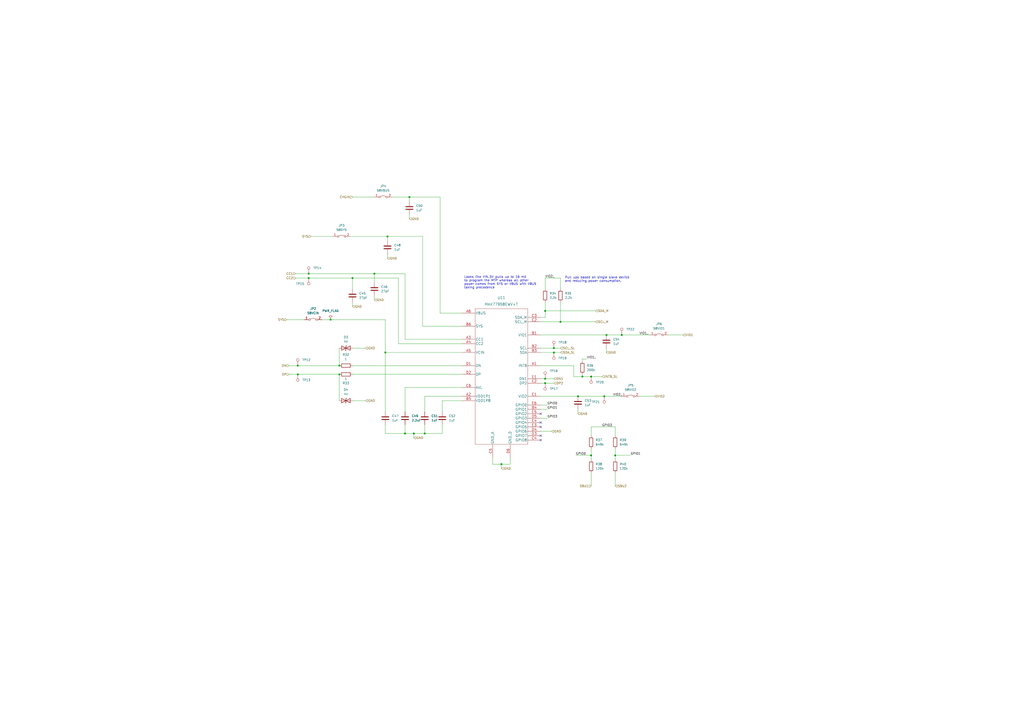
<source format=kicad_sch>
(kicad_sch (version 20211123) (generator eeschema)
  (paper "A2")
  (lib_symbols
    (symbol "Connector:TestPoint" (pin_numbers hide) (pin_names (offset 0.762) hide)
      (property "Reference" "TP" (at 0 6.858 0))
      (property "Value" "TestPoint" (at 0 5.08 0))
      (symbol "TestPoint_0_1"
        (circle (center 0 3.302) (radius 0.762))
      )
      (symbol "TestPoint_1_1"
        (pin passive line (at 0 0 90) (length 2.54) (name "1") (number "1"))
      )
    )
    (symbol "Device:C" (pin_numbers hide) (pin_names (offset 0.254))
      (property "Reference" "C" (at 0.635 2.54 0))
      (property "Value" "C" (at 0.635 -2.54 0))
      (symbol "C_0_1"
        (polyline (pts (xy -2.032 -0.762) (xy 2.032 -0.762)) (stroke (width 0.508)))
        (polyline (pts (xy -2.032 0.762) (xy 2.032 0.762)) (stroke (width 0.508)))
      )
      (symbol "C_1_1"
        (pin passive line (at 0 3.81 270) (length 2.794) (name "~") (number "1"))
        (pin passive line (at 0 -3.81 90) (length 2.794) (name "~") (number "2"))
      )
    )
    (symbol "Device:D_TVS" (pin_numbers hide) (pin_names (offset 1.016) hide)
      (property "Reference" "D" (at 0 2.54 0))
      (property "Value" "D_TVS" (at 0 -2.54 0))
      (symbol "D_TVS_0_1"
        (polyline (pts (xy 1.27 0) (xy -1.27 0)))
        (polyline (pts (xy 0.508 1.27) (xy 0 1.27) (xy 0 -1.27) (xy -0.508 -1.27)) (stroke (width 0.254)))
        (polyline (pts (xy -2.54 1.27) (xy -2.54 -1.27) (xy 2.54 1.27) (xy 2.54 -1.27) (xy -2.54 1.27)) (stroke (width 0.254)))
      )
      (symbol "D_TVS_1_1"
        (pin passive line (at -3.81 0 0) (length 2.54) (name "A1") (number "1"))
        (pin passive line (at 3.81 0 180) (length 2.54) (name "A2") (number "2"))
      )
    )
    (symbol "Device:R" (pin_numbers hide) (pin_names (offset 0))
      (property "Reference" "R" (at 2.032 0 90))
      (property "Value" "R" (at 0 0 90))
      (symbol "R_0_1"
        (rectangle (start -1.016 -2.54) (end 1.016 2.54) (stroke (width 0.254)))
      )
      (symbol "R_1_1"
        (pin passive line (at 0 3.81 270) (length 1.27) (name "~") (number "1"))
        (pin passive line (at 0 -3.81 90) (length 1.27) (name "~") (number "2"))
      )
    )
    (symbol "Jumper:Jumper_2_Bridged" (pin_names (offset 0) hide)
      (property "Reference" "JP" (at 0 1.905 0))
      (property "Value" "Jumper_2_Bridged" (at 0 -2.54 0))
      (symbol "Jumper_2_Bridged_0_0"
        (circle (center -2.032 0) (radius 0.508))
        (circle (center 2.032 0) (radius 0.508))
      )
      (symbol "Jumper_2_Bridged_0_1"
        (arc (start 1.524 0.254) (mid 0 0.762) (end -1.524 0.254))
      )
      (symbol "Jumper_2_Bridged_1_1"
        (pin passive line (at -5.08 0 0) (length 2.54) (name "A") (number "1"))
        (pin passive line (at 5.08 0 180) (length 2.54) (name "B") (number "2"))
      )
    )
    (symbol "power:PWR_FLAG" (power) (pin_numbers hide) (pin_names (offset 0) hide)
      (property "Value" "PWR_FLAG" (at 0 3.81 0))
      (symbol "PWR_FLAG_0_0"
        (pin power_out line (at 0 0 90) (length 0) (name "pwr") (number "1"))
      )
      (symbol "PWR_FLAG_0_1"
        (polyline (pts (xy 0 0) (xy 0 1.27) (xy -1.016 1.905) (xy 0 2.54) (xy 1.016 1.905) (xy 0 1.27)))
      )
    )
    (symbol "ultralibrarian:MAX77958EWV+T" (pin_names (offset 0.254))
      (property "Reference" "U" (at 0 43.18 0))
      (property "Value" "MAX77958EWV+T" (at 0 40.64 0))
      (symbol "MAX77958EWV+T_1_1"
        (polyline (pts (xy -15.24 -40.64) (xy 15.24 -40.64)) (stroke (width 0.127)))
        (polyline (pts (xy -15.24 38.1) (xy -15.24 -40.64)) (stroke (width 0.127)))
        (polyline (pts (xy 15.24 -40.64) (xy 15.24 38.1)) (stroke (width 0.127)))
        (polyline (pts (xy 15.24 38.1) (xy -15.24 38.1)) (stroke (width 0.127)))
        (pin output line (at 22.86 5.08 180) (length 7.62) (name "INTB") (number "A1"))
        (pin power_out line (at -22.86 -12.7 0) (length 7.62) (name "VDD1P1") (number "A2"))
        (pin bidirectional line (at -22.86 20.32 0) (length 7.62) (name "CC1") (number "A3"))
        (pin bidirectional line (at -22.86 17.78 0) (length 7.62) (name "CC2") (number "A4"))
        (pin power_in line (at -22.86 12.7 0) (length 7.62) (name "VCIN") (number "A5"))
        (pin input line (at -22.86 35.56 0) (length 7.62) (name "VBUS") (number "A6"))
        (pin input line (at 22.86 22.86 180) (length 7.62) (name "VIO1") (number "B1"))
        (pin open_collector line (at 22.86 15.24 180) (length 7.62) (name "SCL") (number "B2"))
        (pin open_collector line (at 22.86 12.7 180) (length 7.62) (name "SDA") (number "B3"))
        (pin bidirectional line (at 22.86 -20.32 180) (length 7.62) (name "GPIO1") (number "B4"))
        (pin power_out line (at -22.86 -15.24 0) (length 7.62) (name "VDD1P8") (number "B5"))
        (pin input line (at -22.86 27.94 0) (length 7.62) (name "SYS") (number "B6"))
        (pin input line (at 22.86 -12.7 180) (length 7.62) (name "VIO2") (number "C1"))
        (pin open_collector line (at 22.86 30.48 180) (length 7.62) (name "SCL_M") (number "C2"))
        (pin open_collector line (at 22.86 33.02 180) (length 7.62) (name "SDA_M") (number "C3"))
        (pin bidirectional line (at 22.86 -38.1 180) (length 7.62) (name "GPIO8") (number "C4"))
        (pin power_in line (at -5.08 -48.26 90) (length 7.62) (name "GND_A") (number "C5"))
        (pin power_out line (at -22.86 -7.62 0) (length 7.62) (name "AVL") (number "C6"))
        (pin output line (at -22.86 5.08 0) (length 7.62) (name "DN") (number "D1"))
        (pin output line (at -22.86 0 0) (length 7.62) (name "DP") (number "D2"))
        (pin bidirectional line (at 22.86 -35.56 180) (length 7.62) (name "GPIO7") (number "D3"))
        (pin bidirectional line (at 22.86 -33.02 180) (length 7.62) (name "GPIO6") (number "D4"))
        (pin bidirectional line (at 22.86 -25.4 180) (length 7.62) (name "GPIO3") (number "D5"))
        (pin power_in line (at 5.08 -48.26 90) (length 7.62) (name "GND_D") (number "D6"))
        (pin input line (at 22.86 -2.54 180) (length 7.62) (name "DN1") (number "E1"))
        (pin input line (at 22.86 -5.08 180) (length 7.62) (name "DP2") (number "E2"))
        (pin bidirectional line (at 22.86 -30.48 180) (length 7.62) (name "GPIO5") (number "E3"))
        (pin bidirectional line (at 22.86 -27.94 180) (length 7.62) (name "GPIO4") (number "E4"))
        (pin bidirectional line (at 22.86 -22.86 180) (length 7.62) (name "GPIO2") (number "E5"))
        (pin bidirectional line (at 22.86 -17.78 180) (length 7.62) (name "GPIO0") (number "E6"))
      )
    )
  )
  (junction (at 335.28 229.87))
  (junction (at 350.52 229.87))
  (junction (at 196.85 212.09))
  (junction (at 325.12 186.69))
  (junction (at 223.52 204.47))
  (junction (at 179.07 161.29))
  (junction (at 172.72 217.17))
  (junction (at 356.87 264.16))
  (junction (at 204.47 161.29))
  (junction (at 316.23 219.71))
  (junction (at 191.77 185.42))
  (junction (at 240.03 251.46))
  (junction (at 224.79 137.16))
  (junction (at 246.38 251.46))
  (junction (at 316.23 180.34))
  (junction (at 316.23 222.25))
  (junction (at 351.79 194.31))
  (junction (at 337.82 218.44))
  (junction (at 237.49 114.3))
  (junction (at 321.31 201.93))
  (junction (at 196.85 217.17))
  (junction (at 217.17 158.75))
  (junction (at 234.95 251.46))
  (junction (at 342.9 218.44))
  (junction (at 360.68 194.31))
  (junction (at 290.83 269.24))
  (junction (at 342.9 264.16))
  (junction (at 179.07 158.75))
  (junction (at 172.72 212.09))
  (junction (at 321.31 204.47))
  (no_connect (at 313.69 247.65))
  (no_connect (at 313.69 245.11))
  (no_connect (at 313.69 252.73))
  (no_connect (at 313.69 255.27))
  (no_connect (at 313.69 240.03))
  (wire (pts (xy 237.49 124.46) (xy 237.49 127)))
  (wire (pts (xy 342.9 247.65) (xy 356.87 247.65)))
  (wire (pts (xy 204.47 161.29) (xy 231.14 161.29)))
  (wire (pts (xy 255.27 181.61) (xy 255.27 114.3)))
  (wire (pts (xy 351.79 194.31) (xy 360.68 194.31)))
  (wire (pts (xy 179.07 158.75) (xy 217.17 158.75)))
  (wire (pts (xy 335.28 229.87) (xy 350.52 229.87)))
  (wire (pts (xy 342.9 264.16) (xy 342.9 266.7)))
  (wire (pts (xy 351.79 201.93) (xy 351.79 204.47)))
  (wire (pts (xy 234.95 196.85) (xy 234.95 158.75)))
  (wire (pts (xy 316.23 184.15) (xy 316.23 180.34)))
  (wire (pts (xy 234.95 158.75) (xy 217.17 158.75)))
  (wire (pts (xy 231.14 161.29) (xy 231.14 199.39)))
  (wire (pts (xy 256.54 232.41) (xy 256.54 238.76)))
  (wire (pts (xy 316.23 180.34) (xy 345.44 180.34)))
  (wire (pts (xy 332.74 218.44) (xy 337.82 218.44)))
  (wire (pts (xy 332.74 212.09) (xy 332.74 218.44)))
  (wire (pts (xy 231.14 199.39) (xy 267.97 199.39)))
  (wire (pts (xy 172.72 212.09) (xy 196.85 212.09)))
  (wire (pts (xy 245.11 189.23) (xy 245.11 137.16)))
  (wire (pts (xy 204.47 217.17) (xy 267.97 217.17)))
  (wire (pts (xy 325.12 186.69) (xy 325.12 175.26)))
  (wire (pts (xy 370.84 229.87) (xy 379.73 229.87)))
  (wire (pts (xy 313.69 242.57) (xy 317.5 242.57)))
  (wire (pts (xy 313.69 219.71) (xy 316.23 219.71)))
  (wire (pts (xy 204.47 161.29) (xy 204.47 167.64)))
  (wire (pts (xy 204.47 201.93) (xy 212.09 201.93)))
  (wire (pts (xy 342.9 264.16) (xy 342.9 260.35)))
  (wire (pts (xy 224.79 139.7) (xy 224.79 137.16)))
  (wire (pts (xy 313.69 186.69) (xy 325.12 186.69)))
  (wire (pts (xy 313.69 184.15) (xy 316.23 184.15)))
  (wire (pts (xy 267.97 189.23) (xy 245.11 189.23)))
  (wire (pts (xy 365.76 264.16) (xy 356.87 264.16)))
  (wire (pts (xy 325.12 167.64) (xy 325.12 161.29)))
  (wire (pts (xy 245.11 137.16) (xy 224.79 137.16)))
  (wire (pts (xy 172.72 217.17) (xy 196.85 217.17)))
  (wire (pts (xy 223.52 204.47) (xy 267.97 204.47)))
  (wire (pts (xy 337.82 217.17) (xy 337.82 218.44)))
  (wire (pts (xy 313.69 234.95) (xy 317.5 234.95)))
  (wire (pts (xy 256.54 251.46) (xy 246.38 251.46)))
  (wire (pts (xy 334.01 264.16) (xy 342.9 264.16)))
  (wire (pts (xy 313.69 237.49) (xy 317.5 237.49)))
  (wire (pts (xy 335.28 237.49) (xy 335.28 240.03)))
  (wire (pts (xy 337.82 218.44) (xy 342.9 218.44)))
  (wire (pts (xy 350.52 229.87) (xy 360.68 229.87)))
  (wire (pts (xy 342.9 252.73) (xy 342.9 247.65)))
  (wire (pts (xy 191.77 185.42) (xy 223.52 185.42)))
  (wire (pts (xy 295.91 265.43) (xy 295.91 269.24)))
  (wire (pts (xy 246.38 251.46) (xy 240.03 251.46)))
  (wire (pts (xy 337.82 208.28) (xy 337.82 209.55)))
  (wire (pts (xy 196.85 217.17) (xy 196.85 232.41)))
  (wire (pts (xy 240.03 251.46) (xy 240.03 254)))
  (wire (pts (xy 360.68 194.31) (xy 377.19 194.31)))
  (wire (pts (xy 196.85 201.93) (xy 196.85 212.09)))
  (wire (pts (xy 313.69 204.47) (xy 321.31 204.47)))
  (wire (pts (xy 342.9 218.44) (xy 349.25 218.44)))
  (wire (pts (xy 223.52 251.46) (xy 234.95 251.46)))
  (wire (pts (xy 342.9 274.32) (xy 342.9 281.94)))
  (wire (pts (xy 255.27 114.3) (xy 237.49 114.3)))
  (wire (pts (xy 313.69 194.31) (xy 351.79 194.31)))
  (wire (pts (xy 316.23 180.34) (xy 316.23 175.26)))
  (wire (pts (xy 285.75 265.43) (xy 285.75 269.24)))
  (wire (pts (xy 234.95 224.79) (xy 234.95 238.76)))
  (wire (pts (xy 227.33 114.3) (xy 237.49 114.3)))
  (wire (pts (xy 267.97 224.79) (xy 234.95 224.79)))
  (wire (pts (xy 167.64 212.09) (xy 172.72 212.09)))
  (wire (pts (xy 204.47 175.26) (xy 204.47 177.8)))
  (wire (pts (xy 267.97 181.61) (xy 255.27 181.61)))
  (wire (pts (xy 267.97 229.87) (xy 246.38 229.87)))
  (wire (pts (xy 356.87 274.32) (xy 356.87 281.94)))
  (wire (pts (xy 217.17 158.75) (xy 217.17 163.83)))
  (wire (pts (xy 180.34 137.16) (xy 193.04 137.16)))
  (wire (pts (xy 340.36 208.28) (xy 337.82 208.28)))
  (wire (pts (xy 313.69 229.87) (xy 335.28 229.87)))
  (wire (pts (xy 313.69 250.19) (xy 320.04 250.19)))
  (wire (pts (xy 237.49 114.3) (xy 237.49 116.84)))
  (wire (pts (xy 313.69 212.09) (xy 332.74 212.09)))
  (wire (pts (xy 203.2 137.16) (xy 224.79 137.16)))
  (wire (pts (xy 217.17 171.45) (xy 217.17 173.99)))
  (wire (pts (xy 295.91 269.24) (xy 290.83 269.24)))
  (wire (pts (xy 204.47 232.41) (xy 212.09 232.41)))
  (wire (pts (xy 246.38 229.87) (xy 246.38 238.76)))
  (wire (pts (xy 166.37 185.42) (xy 176.53 185.42)))
  (wire (pts (xy 186.69 185.42) (xy 191.77 185.42)))
  (wire (pts (xy 171.45 158.75) (xy 179.07 158.75)))
  (wire (pts (xy 316.23 167.64) (xy 316.23 161.29)))
  (wire (pts (xy 316.23 219.71) (xy 321.31 219.71)))
  (wire (pts (xy 387.35 194.31) (xy 396.24 194.31)))
  (wire (pts (xy 167.64 217.17) (xy 172.72 217.17)))
  (wire (pts (xy 267.97 232.41) (xy 256.54 232.41)))
  (wire (pts (xy 234.95 251.46) (xy 240.03 251.46)))
  (wire (pts (xy 234.95 246.38) (xy 234.95 251.46)))
  (wire (pts (xy 204.47 212.09) (xy 267.97 212.09)))
  (wire (pts (xy 321.31 204.47) (xy 325.12 204.47)))
  (wire (pts (xy 204.47 114.3) (xy 217.17 114.3)))
  (wire (pts (xy 267.97 196.85) (xy 234.95 196.85)))
  (wire (pts (xy 223.52 185.42) (xy 223.52 204.47)))
  (wire (pts (xy 179.07 161.29) (xy 204.47 161.29)))
  (wire (pts (xy 224.79 147.32) (xy 224.79 149.86)))
  (wire (pts (xy 223.52 204.47) (xy 223.52 238.76)))
  (wire (pts (xy 285.75 269.24) (xy 290.83 269.24)))
  (wire (pts (xy 256.54 246.38) (xy 256.54 251.46)))
  (wire (pts (xy 223.52 246.38) (xy 223.52 251.46)))
  (wire (pts (xy 316.23 222.25) (xy 321.31 222.25)))
  (wire (pts (xy 246.38 246.38) (xy 246.38 251.46)))
  (wire (pts (xy 313.69 201.93) (xy 321.31 201.93)))
  (wire (pts (xy 321.31 201.93) (xy 325.12 201.93)))
  (wire (pts (xy 356.87 264.16) (xy 356.87 260.35)))
  (wire (pts (xy 316.23 161.29) (xy 325.12 161.29)))
  (wire (pts (xy 325.12 186.69) (xy 345.44 186.69)))
  (wire (pts (xy 313.69 222.25) (xy 316.23 222.25)))
  (wire (pts (xy 290.83 269.24) (xy 290.83 271.78)))
  (wire (pts (xy 171.45 161.29) (xy 179.07 161.29)))
  (wire (pts (xy 356.87 264.16) (xy 356.87 266.7)))
  (wire (pts (xy 356.87 247.65) (xy 356.87 252.73)))
  (text "Looks like VIN_5V pulls up to 16 mA\nto program the MTP whereas all other\npower comes from SYS or VBUS with VBUS\ntaking precedence" (at 269.24 167.64 0) (effects (font (size 1.27 1.27)) (justify left bottom)))
  (text "Pull ups based on single slave device\nand reducing power consumption." (at 327.66 163.83 0) (effects (font (size 1.27 1.27)) (justify left bottom)))
  (label "GPIO0" (at 317.5 234.95 0))
  (label "GPIO3" (at 317.5 242.57 0))
  (label "GPIO0" (at 334.01 264.16 0))
  (label "VIO1_" (at 370.84 194.31 0))
  (label "VIO1_" (at 340.36 208.28 0))
  (label "VIO2_" (at 316.23 161.29 0))
  (label "GPIO1" (at 365.76 264.16 0))
  (label "VIO2_" (at 355.6 229.87 0))
  (label "GPIO1" (at 317.5 237.49 0))
  (label "GPIO3" (at 349.25 247.65 0))
  (hierarchical_label "SCL_M" (shape input) (at 345.44 186.69 0))
  (hierarchical_label "CC1" (shape input) (at 171.45 158.75 180))
  (hierarchical_label "DN" (shape input) (at 167.64 212.09 180))
  (hierarchical_label "GND" (shape input) (at 224.79 149.86 0))
  (hierarchical_label "INTB_SL" (shape input) (at 349.25 218.44 0))
  (hierarchical_label "SDA_SL" (shape input) (at 325.12 204.47 0))
  (hierarchical_label "GND" (shape input) (at 204.47 177.8 0))
  (hierarchical_label "SYS" (shape input) (at 166.37 185.42 180))
  (hierarchical_label "GND" (shape input) (at 335.28 240.03 0))
  (hierarchical_label "GND" (shape input) (at 217.17 173.99 0))
  (hierarchical_label "GND" (shape input) (at 290.83 271.78 0))
  (hierarchical_label "SYS" (shape input) (at 180.34 137.16 180))
  (hierarchical_label "CHGIN" (shape input) (at 204.47 114.3 180))
  (hierarchical_label "GND" (shape input) (at 351.79 204.47 0))
  (hierarchical_label "DN1" (shape input) (at 321.31 219.71 0))
  (hierarchical_label "GND" (shape input) (at 240.03 254 0))
  (hierarchical_label "SDA_M" (shape input) (at 345.44 180.34 0))
  (hierarchical_label "GND" (shape input) (at 212.09 232.41 0))
  (hierarchical_label "SBU2" (shape input) (at 356.87 281.94 0))
  (hierarchical_label "GND" (shape input) (at 320.04 250.19 0))
  (hierarchical_label "DP" (shape input) (at 167.64 217.17 180))
  (hierarchical_label "SBU1" (shape input) (at 342.9 281.94 180))
  (hierarchical_label "SCL_SL" (shape input) (at 325.12 201.93 0))
  (hierarchical_label "CC2" (shape input) (at 171.45 161.29 180))
  (hierarchical_label "DP2" (shape input) (at 321.31 222.25 0))
  (hierarchical_label "VIO1" (shape input) (at 396.24 194.31 0))
  (hierarchical_label "VIO2" (shape input) (at 379.73 229.87 0))
  (hierarchical_label "GND" (shape input) (at 212.09 201.93 0))
  (hierarchical_label "GND" (shape input) (at 237.49 127 0))
  (symbol (lib_id "Connector:TestPoint") (at 321.31 201.93 0) (mirror y) (unit 1)
    (property "Reference" "TP18" (at 323.85 198.6279 0) (effects (justify right)))
    (property "Value" "TestPoint" (effects hide))
  )
  (symbol (lib_id "Jumper:Jumper_2_Bridged") (at 365.76 229.87 0) (unit 1)
    (property "Reference" "JP5" (at 365.76 223.52 0))
    (property "Value" "58VIO2" (at 365.76 226.06 0))
    (property "Footprint" "custom_connectors:2.54mm_2pointCurrentTestPoint" (effects hide))
    (property "Description" "2.54mm male header with jumper attached" (effects hide))
  )
  (symbol (lib_id "power:PWR_FLAG") (at 191.77 185.42 0) (unit 1)
    (property "Reference" "#FLG0105" (effects hide))
    (property "Value" "PWR_FLAG" (at 191.77 180.34 0))
  )
  (symbol (lib_id "Jumper:Jumper_2_Bridged") (at 181.61 185.42 0) (unit 1)
    (property "Reference" "JP2" (at 181.61 179.07 0))
    (property "Value" "58VCIN" (at 181.61 181.61 0))
    (property "Footprint" "custom_connectors:2.54mm_2pointCurrentTestPoint" (effects hide))
    (property "Description" "2.54mm male header with jumper attached" (effects hide))
  )
  (symbol (lib_id "Device:C") (at 217.17 167.64 0) (unit 1)
    (property "Reference" "C46" (at 220.98 166.3699 0) (effects (justify left)))
    (property "Value" "27pF" (at 220.98 168.9099 0) (effects (justify left)))
    (property "Description" "50V" (effects hide))
  )
  (symbol (lib_id "Device:R") (at 316.23 171.45 0) (unit 1)
    (property "Reference" "R34" (at 318.77 170.1799 0) (effects (justify left)))
    (property "Value" "2.2k" (at 318.77 172.7199 0) (effects (justify left)))
  )
  (symbol (lib_id "Connector:TestPoint") (at 316.23 219.71 0) (mirror y) (unit 1)
    (property "Reference" "TP16" (at 318.77 215.1379 0) (effects (justify right)))
    (property "Value" "TestPoint" (effects hide))
  )
  (symbol (lib_id "Device:C") (at 335.28 233.68 0) (unit 1)
    (property "Reference" "C53" (at 339.09 232.4099 0) (effects (justify left)))
    (property "Value" "1uF" (at 339.09 234.9499 0) (effects (justify left)))
    (property "Description" "16V" (effects hide))
  )
  (symbol (lib_id "Device:R") (at 200.66 212.09 90) (unit 1)
    (property "Reference" "R32" (at 200.66 205.74 90))
    (property "Value" "1" (at 200.66 208.28 90))
  )
  (symbol (lib_id "Device:C") (at 256.54 242.57 0) (unit 1)
    (property "Reference" "C52" (at 260.35 241.2999 0) (effects (justify left)))
    (property "Value" "1uF" (at 260.35 243.8399 0) (effects (justify left)))
    (property "Description" "6.3V" (effects hide))
  )
  (symbol (lib_id "Device:C") (at 224.79 143.51 0) (unit 1)
    (property "Reference" "C48" (at 228.6 142.2399 0) (effects (justify left)))
    (property "Value" "1uF" (at 228.6 144.7799 0) (effects (justify left)))
    (property "Description" "35V" (effects hide))
  )
  (symbol (lib_id "Connector:TestPoint") (at 342.9 218.44 180) (unit 1)
    (property "Reference" "TP20" (at 345.44 221.7419 0) (effects (justify right)))
    (property "Value" "TestPoint" (effects hide))
  )
  (symbol (lib_id "Connector:TestPoint") (at 360.68 194.31 0) (mirror y) (unit 1)
    (property "Reference" "TP22" (at 363.22 191.0079 0) (effects (justify right)))
    (property "Value" "TestPoint" (effects hide))
  )
  (symbol (lib_id "Device:D_TVS") (at 200.66 232.41 0) (unit 1)
    (property "Reference" "D4" (at 200.66 226.06 0))
    (property "Value" "4V" (at 200.66 228.6 0))
    (property "Description" "TVS +/-4V" (effects hide))
  )
  (symbol (lib_id "Connector:TestPoint") (at 179.07 158.75 0) (unit 1)
    (property "Reference" "TP14" (at 181.61 155.4479 0) (effects (justify left)))
    (property "Value" "TestPoint" (effects hide))
  )
  (symbol (lib_id "Jumper:Jumper_2_Bridged") (at 382.27 194.31 0) (unit 1)
    (property "Reference" "JP6" (at 382.27 187.96 0))
    (property "Value" "58VIO1" (at 382.27 190.5 0))
    (property "Footprint" "custom_connectors:2.54mm_2pointCurrentTestPoint" (effects hide))
    (property "Description" "2.54mm male header with jumper attached" (effects hide))
  )
  (symbol (lib_id "Device:C") (at 223.52 242.57 0) (unit 1)
    (property "Reference" "C47" (at 227.33 241.2999 0) (effects (justify left)))
    (property "Value" "1uF" (at 227.33 243.8399 0) (effects (justify left)))
    (property "Description" "16V" (effects hide))
  )
  (symbol (lib_id "Connector:TestPoint") (at 321.31 204.47 180) (unit 1)
    (property "Reference" "TP19" (at 323.85 207.7719 0) (effects (justify right)))
    (property "Value" "TestPoint" (effects hide))
  )
  (symbol (lib_id "Device:D_TVS") (at 200.66 201.93 0) (unit 1)
    (property "Reference" "D3" (at 200.66 195.58 0))
    (property "Value" "4V" (at 200.66 198.12 0))
    (property "Description" "TVS +/-4V" (effects hide))
  )
  (symbol (lib_id "Connector:TestPoint") (at 316.23 222.25 180) (unit 1)
    (property "Reference" "TP17" (at 318.77 225.5519 0) (effects (justify right)))
    (property "Value" "TestPoint" (effects hide))
  )
  (symbol (lib_id "Device:C") (at 204.47 171.45 0) (unit 1)
    (property "Reference" "C45" (at 208.28 170.1799 0) (effects (justify left)))
    (property "Value" "27pF" (at 208.28 172.7199 0) (effects (justify left)))
    (property "Description" "50V" (effects hide))
  )
  (symbol (lib_id "Jumper:Jumper_2_Bridged") (at 198.12 137.16 0) (unit 1)
    (property "Reference" "JP3" (at 198.12 130.81 0))
    (property "Value" "58SYS" (at 198.12 133.35 0))
    (property "Footprint" "custom_connectors:2.54mm_2pointCurrentTestPoint" (effects hide))
    (property "Description" "2.54mm male header with jumper attached" (effects hide))
  )
  (symbol (lib_id "Device:C") (at 237.49 120.65 0) (unit 1)
    (property "Reference" "C50" (at 241.3 119.3799 0) (effects (justify left)))
    (property "Value" "1uF" (at 241.3 121.9199 0) (effects (justify left)))
    (property "Description" "35V" (effects hide))
  )
  (symbol (lib_id "Connector:TestPoint") (at 172.72 212.09 0) (unit 1)
    (property "Reference" "TP12" (at 175.26 208.7879 0) (effects (justify left)))
    (property "Value" "TestPoint" (effects hide))
  )
  (symbol (lib_id "Connector:TestPoint") (at 350.52 229.87 0) (mirror x) (unit 1)
    (property "Reference" "TP21" (at 347.98 233.1719 0) (effects (justify right)))
    (property "Value" "TestPoint" (effects hide))
  )
  (symbol (lib_id "Device:R") (at 337.82 213.36 0) (unit 1)
    (property "Reference" "R36" (at 340.36 212.0899 0) (effects (justify left)))
    (property "Value" "200k" (at 340.36 214.6299 0) (effects (justify left)))
  )
  (symbol (lib_id "Device:R") (at 356.87 270.51 0) (unit 1)
    (property "Reference" "R40" (at 359.41 269.2399 0) (effects (justify left)))
    (property "Value" "120k" (at 359.41 271.7799 0) (effects (justify left)))
  )
  (symbol (lib_id "Device:C") (at 351.79 198.12 0) (unit 1)
    (property "Reference" "C54" (at 355.6 196.8499 0) (effects (justify left)))
    (property "Value" "1uF" (at 355.6 199.3899 0) (effects (justify left)))
    (property "Description" "16V" (effects hide))
  )
  (symbol (lib_id "Device:R") (at 325.12 171.45 0) (unit 1)
    (property "Reference" "R35" (at 327.66 170.1799 0) (effects (justify left)))
    (property "Value" "2.2k" (at 327.66 172.7199 0) (effects (justify left)))
  )
  (symbol (lib_id "Device:R") (at 200.66 217.17 90) (unit 1)
    (property "Reference" "R33" (at 200.66 222.25 90))
    (property "Value" "1" (at 200.66 219.71 90))
  )
  (symbol (lib_id "Connector:TestPoint") (at 172.72 217.17 180) (unit 1)
    (property "Reference" "TP13" (at 175.26 220.4719 0) (effects (justify right)))
    (property "Value" "TestPoint" (effects hide))
  )
  (symbol (lib_id "Device:R") (at 342.9 270.51 0) (unit 1)
    (property "Reference" "R38" (at 345.44 269.2399 0) (effects (justify left)))
    (property "Value" "120k" (at 345.44 271.7799 0) (effects (justify left)))
  )
  (symbol (lib_id "Device:R") (at 342.9 256.54 0) (unit 1)
    (property "Reference" "R37" (at 345.44 255.2699 0) (effects (justify left)))
    (property "Value" "649k" (at 345.44 257.8099 0) (effects (justify left)))
  )
  (symbol (lib_id "Device:R") (at 356.87 256.54 0) (unit 1)
    (property "Reference" "R39" (at 359.41 255.2699 0) (effects (justify left)))
    (property "Value" "649k" (at 359.41 257.8099 0) (effects (justify left)))
  )
  (symbol (lib_id "Connector:TestPoint") (at 179.07 161.29 0) (mirror x) (unit 1)
    (property "Reference" "TP15" (at 176.53 164.5919 0) (effects (justify right)))
    (property "Value" "TestPoint" (effects hide))
  )
  (symbol (lib_id "Jumper:Jumper_2_Bridged") (at 222.25 114.3 0) (unit 1)
    (property "Reference" "JP4" (at 222.25 107.95 0))
    (property "Value" "58VBUS" (at 222.25 110.49 0))
    (property "Footprint" "custom_connectors:2.54mm_2pointCurrentTestPoint" (effects hide))
    (property "Description" "2.54mm male header with jumper attached" (effects hide))
  )
  (symbol (lib_id "ultralibrarian:MAX77958EWV+T") (at 290.83 217.17 0) (unit 1)
    (property "Reference" "U11" (at 290.83 172.72 0) (effects (font (size 1.524 1.524))))
    (property "Value" "MAX77958EWV+T" (at 290.83 176.53 0) (effects (font (size 1.524 1.524))))
    (property "Footprint" "Ultra_Librarian:MAX77958EWV&plus_T" (effects hide))
    (property "Datasheet" "https://datasheets.maximintegrated.com/en/ds/MAX77958.pdf" (effects hide))
  )
  (symbol (lib_id "Device:C") (at 246.38 242.57 0) (unit 1)
    (property "Reference" "C51" (at 250.19 241.2999 0) (effects (justify left)))
    (property "Value" "1uF" (at 250.19 243.8399 0) (effects (justify left)))
    (property "Description" "6.3V" (effects hide))
  )
  (symbol (lib_id "Device:C") (at 234.95 242.57 0) (unit 1)
    (property "Reference" "C49" (at 238.76 241.2999 0) (effects (justify left)))
    (property "Value" "2.2uF" (at 238.76 243.8399 0) (effects (justify left)))
    (property "Description" "10V" (effects hide))
  )
)
</source>
